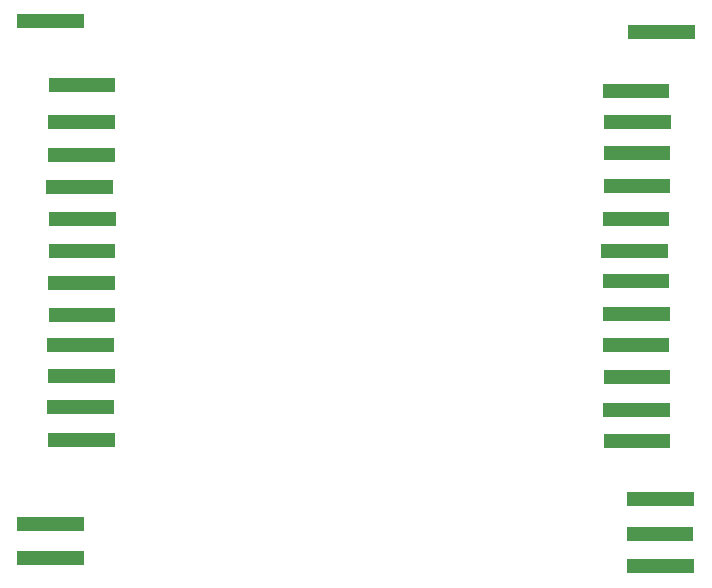
<source format=gbr>
G04 #@! TF.FileFunction,Paste,Bot*
%FSLAX46Y46*%
G04 Gerber Fmt 4.6, Leading zero omitted, Abs format (unit mm)*
G04 Created by KiCad (PCBNEW 4.0.6) date 05/08/17 07:31:19*
%MOMM*%
%LPD*%
G01*
G04 APERTURE LIST*
%ADD10C,0.100000*%
%ADD11C,1.100000*%
%ADD12R,0.635000X1.270000*%
G04 APERTURE END LIST*
D10*
D11*
X203057700Y-116728300D03*
D12*
X203438700Y-116728300D03*
X204073700Y-116728300D03*
X202803700Y-116728300D03*
X202168700Y-116728300D03*
X201533700Y-116728300D03*
X204670600Y-116728300D03*
X205267500Y-116728300D03*
X200911400Y-116728300D03*
X200289100Y-116728300D03*
D11*
X205013500Y-124602300D03*
D12*
X205394500Y-124602300D03*
X206029500Y-124602300D03*
X204759500Y-124602300D03*
X204124500Y-124602300D03*
X203489500Y-124602300D03*
X206626400Y-124602300D03*
X207223300Y-124602300D03*
X202867200Y-124602300D03*
X202244900Y-124602300D03*
D11*
X156042300Y-116677500D03*
D12*
X156423300Y-116677500D03*
X157058300Y-116677500D03*
X155788300Y-116677500D03*
X155153300Y-116677500D03*
X154518300Y-116677500D03*
X157655200Y-116677500D03*
X158252100Y-116677500D03*
X153896000Y-116677500D03*
X153273700Y-116677500D03*
D11*
X153375300Y-126685100D03*
D12*
X153756300Y-126685100D03*
X154391300Y-126685100D03*
X153121300Y-126685100D03*
X152486300Y-126685100D03*
X151851300Y-126685100D03*
X154988200Y-126685100D03*
X155585100Y-126685100D03*
X151229000Y-126685100D03*
X150606700Y-126685100D03*
D11*
X202981500Y-103240900D03*
D12*
X203362500Y-103240900D03*
X203997500Y-103240900D03*
X202727500Y-103240900D03*
X202092500Y-103240900D03*
X201457500Y-103240900D03*
X204594400Y-103240900D03*
X205191300Y-103240900D03*
X200835200Y-103240900D03*
X200212900Y-103240900D03*
D11*
X202879900Y-100624700D03*
D12*
X203260900Y-100624700D03*
X203895900Y-100624700D03*
X202625900Y-100624700D03*
X201990900Y-100624700D03*
X201355900Y-100624700D03*
X204492800Y-100624700D03*
X205089700Y-100624700D03*
X200733600Y-100624700D03*
X200111300Y-100624700D03*
D11*
X156067700Y-100700900D03*
D12*
X156448700Y-100700900D03*
X157083700Y-100700900D03*
X155813700Y-100700900D03*
X155178700Y-100700900D03*
X154543700Y-100700900D03*
X157680600Y-100700900D03*
X158277500Y-100700900D03*
X153921400Y-100700900D03*
X153299100Y-100700900D03*
D11*
X202981500Y-97983100D03*
D12*
X203362500Y-97983100D03*
X203997500Y-97983100D03*
X202727500Y-97983100D03*
X202092500Y-97983100D03*
X201457500Y-97983100D03*
X204594400Y-97983100D03*
X205191300Y-97983100D03*
X200835200Y-97983100D03*
X200212900Y-97983100D03*
D11*
X156093100Y-97932300D03*
D12*
X156474100Y-97932300D03*
X157109100Y-97932300D03*
X155839100Y-97932300D03*
X155204100Y-97932300D03*
X154569100Y-97932300D03*
X157706000Y-97932300D03*
X158302900Y-97932300D03*
X153946800Y-97932300D03*
X153324500Y-97932300D03*
D11*
X203006900Y-114112100D03*
D12*
X203387900Y-114112100D03*
X204022900Y-114112100D03*
X202752900Y-114112100D03*
X202117900Y-114112100D03*
X201482900Y-114112100D03*
X204619800Y-114112100D03*
X205216700Y-114112100D03*
X200860600Y-114112100D03*
X200238300Y-114112100D03*
D11*
X203057700Y-92395100D03*
D12*
X203438700Y-92395100D03*
X204073700Y-92395100D03*
X202803700Y-92395100D03*
X202168700Y-92395100D03*
X201533700Y-92395100D03*
X204670600Y-92395100D03*
X205267500Y-92395100D03*
X200911400Y-92395100D03*
X200289100Y-92395100D03*
D11*
X156016900Y-92496700D03*
D12*
X156397900Y-92496700D03*
X157032900Y-92496700D03*
X155762900Y-92496700D03*
X155127900Y-92496700D03*
X154492900Y-92496700D03*
X157629800Y-92496700D03*
X158226700Y-92496700D03*
X153870600Y-92496700D03*
X153248300Y-92496700D03*
D11*
X202981500Y-108600300D03*
D12*
X203362500Y-108600300D03*
X203997500Y-108600300D03*
X202727500Y-108600300D03*
X202092500Y-108600300D03*
X201457500Y-108600300D03*
X204594400Y-108600300D03*
X205191300Y-108600300D03*
X200835200Y-108600300D03*
X200212900Y-108600300D03*
D11*
X155966100Y-108600300D03*
D12*
X156347100Y-108600300D03*
X156982100Y-108600300D03*
X155712100Y-108600300D03*
X155077100Y-108600300D03*
X154442100Y-108600300D03*
X157579000Y-108600300D03*
X158175900Y-108600300D03*
X153819800Y-108600300D03*
X153197500Y-108600300D03*
D11*
X205038900Y-121655900D03*
D12*
X205419900Y-121655900D03*
X206054900Y-121655900D03*
X204784900Y-121655900D03*
X204149900Y-121655900D03*
X203514900Y-121655900D03*
X206651800Y-121655900D03*
X207248700Y-121655900D03*
X202892600Y-121655900D03*
X202270300Y-121655900D03*
D11*
X205165900Y-82133500D03*
D12*
X205546900Y-82133500D03*
X206181900Y-82133500D03*
X204911900Y-82133500D03*
X204276900Y-82133500D03*
X203641900Y-82133500D03*
X206778800Y-82133500D03*
X207375700Y-82133500D03*
X203019600Y-82133500D03*
X202397300Y-82133500D03*
D11*
X153375300Y-123764100D03*
D12*
X153756300Y-123764100D03*
X154391300Y-123764100D03*
X153121300Y-123764100D03*
X152486300Y-123764100D03*
X151851300Y-123764100D03*
X154988200Y-123764100D03*
X155585100Y-123764100D03*
X151229000Y-123764100D03*
X150606700Y-123764100D03*
D11*
X153400700Y-81219100D03*
D12*
X153781700Y-81219100D03*
X154416700Y-81219100D03*
X153146700Y-81219100D03*
X152511700Y-81219100D03*
X151876700Y-81219100D03*
X155013600Y-81219100D03*
X155610500Y-81219100D03*
X151254400Y-81219100D03*
X150632100Y-81219100D03*
D11*
X155966100Y-113883500D03*
D12*
X156347100Y-113883500D03*
X156982100Y-113883500D03*
X155712100Y-113883500D03*
X155077100Y-113883500D03*
X154442100Y-113883500D03*
X157579000Y-113883500D03*
X158175900Y-113883500D03*
X153819800Y-113883500D03*
X153197500Y-113883500D03*
D11*
X156042300Y-111267300D03*
D12*
X156423300Y-111267300D03*
X157058300Y-111267300D03*
X155788300Y-111267300D03*
X155153300Y-111267300D03*
X154518300Y-111267300D03*
X157655200Y-111267300D03*
X158252100Y-111267300D03*
X153896000Y-111267300D03*
X153273700Y-111267300D03*
D11*
X156016900Y-103367900D03*
D12*
X156397900Y-103367900D03*
X157032900Y-103367900D03*
X155762900Y-103367900D03*
X155127900Y-103367900D03*
X154492900Y-103367900D03*
X157629800Y-103367900D03*
X158226700Y-103367900D03*
X153870600Y-103367900D03*
X153248300Y-103367900D03*
D11*
X155864500Y-95239900D03*
D12*
X156245500Y-95239900D03*
X156880500Y-95239900D03*
X155610500Y-95239900D03*
X154975500Y-95239900D03*
X154340500Y-95239900D03*
X157477400Y-95239900D03*
X158074300Y-95239900D03*
X153718200Y-95239900D03*
X153095900Y-95239900D03*
D11*
X156067700Y-86578500D03*
D12*
X156448700Y-86578500D03*
X157083700Y-86578500D03*
X155813700Y-86578500D03*
X155178700Y-86578500D03*
X154543700Y-86578500D03*
X157680600Y-86578500D03*
X158277500Y-86578500D03*
X153921400Y-86578500D03*
X153299100Y-86578500D03*
D11*
X205038900Y-127370900D03*
D12*
X205419900Y-127370900D03*
X206054900Y-127370900D03*
X204784900Y-127370900D03*
X204149900Y-127370900D03*
X203514900Y-127370900D03*
X206651800Y-127370900D03*
X207248700Y-127370900D03*
X202892600Y-127370900D03*
X202270300Y-127370900D03*
D11*
X202981500Y-87111900D03*
D12*
X203362500Y-87111900D03*
X203997500Y-87111900D03*
X202727500Y-87111900D03*
X202092500Y-87111900D03*
X201457500Y-87111900D03*
X204594400Y-87111900D03*
X205191300Y-87111900D03*
X200835200Y-87111900D03*
X200212900Y-87111900D03*
D11*
X203057700Y-95163700D03*
D12*
X203438700Y-95163700D03*
X204073700Y-95163700D03*
X202803700Y-95163700D03*
X202168700Y-95163700D03*
X201533700Y-95163700D03*
X204670600Y-95163700D03*
X205267500Y-95163700D03*
X200911400Y-95163700D03*
X200289100Y-95163700D03*
D11*
X203057700Y-111343500D03*
D12*
X203438700Y-111343500D03*
X204073700Y-111343500D03*
X202803700Y-111343500D03*
X202168700Y-111343500D03*
X201533700Y-111343500D03*
X204670600Y-111343500D03*
X205267500Y-111343500D03*
X200911400Y-111343500D03*
X200289100Y-111343500D03*
D11*
X203108500Y-89728100D03*
D12*
X203489500Y-89728100D03*
X204124500Y-89728100D03*
X202854500Y-89728100D03*
X202219500Y-89728100D03*
X201584500Y-89728100D03*
X204721400Y-89728100D03*
X205318300Y-89728100D03*
X200962200Y-89728100D03*
X200339900Y-89728100D03*
D11*
X156042300Y-89702700D03*
D12*
X156423300Y-89702700D03*
X157058300Y-89702700D03*
X155788300Y-89702700D03*
X155153300Y-89702700D03*
X154518300Y-89702700D03*
X157655200Y-89702700D03*
X158252100Y-89702700D03*
X153896000Y-89702700D03*
X153273700Y-89702700D03*
D11*
X203006900Y-106034900D03*
D12*
X203387900Y-106034900D03*
X204022900Y-106034900D03*
X202752900Y-106034900D03*
X202117900Y-106034900D03*
X201482900Y-106034900D03*
X204619800Y-106034900D03*
X205216700Y-106034900D03*
X200860600Y-106034900D03*
X200238300Y-106034900D03*
D11*
X156067700Y-106060300D03*
D12*
X156448700Y-106060300D03*
X157083700Y-106060300D03*
X155813700Y-106060300D03*
X155178700Y-106060300D03*
X154543700Y-106060300D03*
X157680600Y-106060300D03*
X158277500Y-106060300D03*
X153921400Y-106060300D03*
X153299100Y-106060300D03*
M02*

</source>
